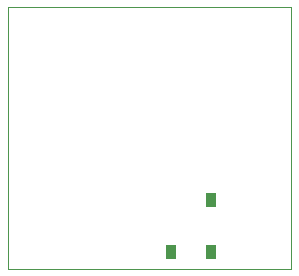
<source format=gbr>
%TF.GenerationSoftware,KiCad,Pcbnew,7.0.10*%
%TF.CreationDate,2024-08-23T10:21:53-04:00*%
%TF.ProjectId,mks_wifi_breakout,6d6b735f-7769-4666-995f-627265616b6f,rev?*%
%TF.SameCoordinates,Original*%
%TF.FileFunction,Paste,Top*%
%TF.FilePolarity,Positive*%
%FSLAX46Y46*%
G04 Gerber Fmt 4.6, Leading zero omitted, Abs format (unit mm)*
G04 Created by KiCad (PCBNEW 7.0.10) date 2024-08-23 10:21:53*
%MOMM*%
%LPD*%
G01*
G04 APERTURE LIST*
%ADD10R,0.900000X1.250000*%
%TA.AperFunction,Profile*%
%ADD11C,0.100000*%
%TD*%
G04 APERTURE END LIST*
D10*
%TO.C,BZ1*%
X143588000Y-90338000D03*
X146988000Y-90338000D03*
X146988000Y-85938000D03*
%TD*%
D11*
X129800000Y-69600000D02*
X153800000Y-69600000D01*
X153800000Y-91800000D01*
X129800000Y-91800000D01*
X129800000Y-69600000D01*
M02*

</source>
